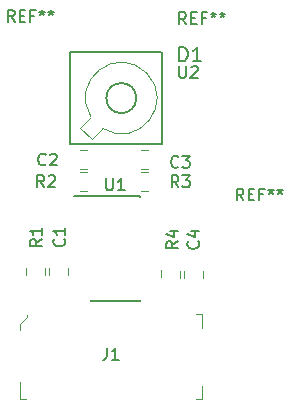
<source format=gbr>
G04 #@! TF.GenerationSoftware,KiCad,Pcbnew,5.0.0-fee4fd1~65~ubuntu16.04.1*
G04 #@! TF.CreationDate,2018-08-02T14:10:23+02:00*
G04 #@! TF.ProjectId,beetrax-pcb2,626565747261782D706362322E6B6963,rev?*
G04 #@! TF.SameCoordinates,Original*
G04 #@! TF.FileFunction,Legend,Top*
G04 #@! TF.FilePolarity,Positive*
%FSLAX46Y46*%
G04 Gerber Fmt 4.6, Leading zero omitted, Abs format (unit mm)*
G04 Created by KiCad (PCBNEW 5.0.0-fee4fd1~65~ubuntu16.04.1) date Thu Aug  2 14:10:23 2018*
%MOMM*%
%LPD*%
G01*
G04 APERTURE LIST*
%ADD10C,0.150000*%
%ADD11C,0.120000*%
%ADD12C,0.100000*%
G04 APERTURE END LIST*
D10*
G04 #@! TO.C,U1*
X142865000Y-127065000D02*
X141490000Y-127065000D01*
X142865000Y-135940000D02*
X147015000Y-135940000D01*
X142865000Y-127040000D02*
X147015000Y-127040000D01*
X142865000Y-135940000D02*
X142865000Y-135825000D01*
X147015000Y-135940000D02*
X147015000Y-135825000D01*
X147015000Y-127040000D02*
X147015000Y-127155000D01*
X142865000Y-127040000D02*
X142865000Y-127065000D01*
G04 #@! TO.C,D1*
X148873200Y-114904800D02*
X148873200Y-122651800D01*
X141093200Y-114864800D02*
X141093200Y-122611800D01*
X148853200Y-114904800D02*
X141106200Y-114904800D01*
X148853200Y-122624800D02*
X141106200Y-122624800D01*
G04 #@! TO.C,U2*
X146720000Y-118770000D02*
G75*
G03X146720000Y-118770000I-1270000J0D01*
G01*
D11*
X143867456Y-121342150D02*
G75*
G03X142877719Y-120352331I1582544J2572150D01*
G01*
X142955501Y-122254448D02*
X143867669Y-121342281D01*
X141965552Y-121264499D02*
X142955501Y-122254448D01*
X142877719Y-120352331D02*
X141965552Y-121264499D01*
G04 #@! TO.C,R1*
X139010000Y-133150000D02*
X139010000Y-133750000D01*
X137410000Y-133130000D02*
X137410000Y-133730000D01*
G04 #@! TO.C,R2*
X141940000Y-125000000D02*
X142540000Y-125000000D01*
X141920000Y-126600000D02*
X142520000Y-126600000D01*
G04 #@! TO.C,R3*
X147100000Y-125000000D02*
X147700000Y-125000000D01*
X147080000Y-126600000D02*
X147680000Y-126600000D01*
G04 #@! TO.C,R4*
X148810000Y-133950000D02*
X148810000Y-133350000D01*
X150410000Y-133970000D02*
X150410000Y-133370000D01*
D12*
G04 #@! TO.C,J1*
X137500000Y-137320000D02*
X137500000Y-137120000D01*
X136900000Y-137920000D02*
X137500000Y-137320000D01*
X136900000Y-138420000D02*
X136900000Y-137920000D01*
X152300000Y-137020000D02*
X152300000Y-138220000D01*
X151800000Y-137020000D02*
X152300000Y-137020000D01*
X152300000Y-144220000D02*
X152300000Y-143120000D01*
X151800000Y-144220000D02*
X152300000Y-144220000D01*
X136900000Y-144220000D02*
X136900000Y-142820000D01*
X137400000Y-144220000D02*
X136900000Y-144220000D01*
D11*
G04 #@! TO.C,C1*
X140930000Y-133150000D02*
X140930000Y-133750000D01*
X139330000Y-133130000D02*
X139330000Y-133730000D01*
G04 #@! TO.C,C2*
X141950000Y-123200000D02*
X142550000Y-123200000D01*
X141930000Y-124800000D02*
X142530000Y-124800000D01*
G04 #@! TO.C,C3*
X147100000Y-123200000D02*
X147700000Y-123200000D01*
X147080000Y-124800000D02*
X147680000Y-124800000D01*
G04 #@! TO.C,C4*
X150780000Y-133970000D02*
X150780000Y-133370000D01*
X152380000Y-133990000D02*
X152380000Y-133390000D01*
G04 #@! TO.C,U1*
D10*
X144178095Y-125567380D02*
X144178095Y-126376904D01*
X144225714Y-126472142D01*
X144273333Y-126519761D01*
X144368571Y-126567380D01*
X144559047Y-126567380D01*
X144654285Y-126519761D01*
X144701904Y-126472142D01*
X144749523Y-126376904D01*
X144749523Y-125567380D01*
X145749523Y-126567380D02*
X145178095Y-126567380D01*
X145463809Y-126567380D02*
X145463809Y-125567380D01*
X145368571Y-125710238D01*
X145273333Y-125805476D01*
X145178095Y-125853095D01*
G04 #@! TO.C,D1*
X150374285Y-115652857D02*
X150374285Y-114452857D01*
X150660000Y-114452857D01*
X150831428Y-114510000D01*
X150945714Y-114624285D01*
X151002857Y-114738571D01*
X151060000Y-114967142D01*
X151060000Y-115138571D01*
X151002857Y-115367142D01*
X150945714Y-115481428D01*
X150831428Y-115595714D01*
X150660000Y-115652857D01*
X150374285Y-115652857D01*
X152202857Y-115652857D02*
X151517142Y-115652857D01*
X151860000Y-115652857D02*
X151860000Y-114452857D01*
X151745714Y-114624285D01*
X151631428Y-114738571D01*
X151517142Y-114795714D01*
G04 #@! TO.C,U2*
X150358095Y-116072380D02*
X150358095Y-116881904D01*
X150405714Y-116977142D01*
X150453333Y-117024761D01*
X150548571Y-117072380D01*
X150739047Y-117072380D01*
X150834285Y-117024761D01*
X150881904Y-116977142D01*
X150929523Y-116881904D01*
X150929523Y-116072380D01*
X151358095Y-116167619D02*
X151405714Y-116120000D01*
X151500952Y-116072380D01*
X151739047Y-116072380D01*
X151834285Y-116120000D01*
X151881904Y-116167619D01*
X151929523Y-116262857D01*
X151929523Y-116358095D01*
X151881904Y-116500952D01*
X151310476Y-117072380D01*
X151929523Y-117072380D01*
G04 #@! TO.C,R1*
X138732380Y-130706666D02*
X138256190Y-131040000D01*
X138732380Y-131278095D02*
X137732380Y-131278095D01*
X137732380Y-130897142D01*
X137780000Y-130801904D01*
X137827619Y-130754285D01*
X137922857Y-130706666D01*
X138065714Y-130706666D01*
X138160952Y-130754285D01*
X138208571Y-130801904D01*
X138256190Y-130897142D01*
X138256190Y-131278095D01*
X138732380Y-129754285D02*
X138732380Y-130325714D01*
X138732380Y-130040000D02*
X137732380Y-130040000D01*
X137875238Y-130135238D01*
X137970476Y-130230476D01*
X138018095Y-130325714D01*
G04 #@! TO.C,R2*
X138923333Y-126302380D02*
X138590000Y-125826190D01*
X138351904Y-126302380D02*
X138351904Y-125302380D01*
X138732857Y-125302380D01*
X138828095Y-125350000D01*
X138875714Y-125397619D01*
X138923333Y-125492857D01*
X138923333Y-125635714D01*
X138875714Y-125730952D01*
X138828095Y-125778571D01*
X138732857Y-125826190D01*
X138351904Y-125826190D01*
X139304285Y-125397619D02*
X139351904Y-125350000D01*
X139447142Y-125302380D01*
X139685238Y-125302380D01*
X139780476Y-125350000D01*
X139828095Y-125397619D01*
X139875714Y-125492857D01*
X139875714Y-125588095D01*
X139828095Y-125730952D01*
X139256666Y-126302380D01*
X139875714Y-126302380D01*
G04 #@! TO.C,R3*
X150293333Y-126322380D02*
X149960000Y-125846190D01*
X149721904Y-126322380D02*
X149721904Y-125322380D01*
X150102857Y-125322380D01*
X150198095Y-125370000D01*
X150245714Y-125417619D01*
X150293333Y-125512857D01*
X150293333Y-125655714D01*
X150245714Y-125750952D01*
X150198095Y-125798571D01*
X150102857Y-125846190D01*
X149721904Y-125846190D01*
X150626666Y-125322380D02*
X151245714Y-125322380D01*
X150912380Y-125703333D01*
X151055238Y-125703333D01*
X151150476Y-125750952D01*
X151198095Y-125798571D01*
X151245714Y-125893809D01*
X151245714Y-126131904D01*
X151198095Y-126227142D01*
X151150476Y-126274761D01*
X151055238Y-126322380D01*
X150769523Y-126322380D01*
X150674285Y-126274761D01*
X150626666Y-126227142D01*
G04 #@! TO.C,R4*
X150252380Y-130906666D02*
X149776190Y-131240000D01*
X150252380Y-131478095D02*
X149252380Y-131478095D01*
X149252380Y-131097142D01*
X149300000Y-131001904D01*
X149347619Y-130954285D01*
X149442857Y-130906666D01*
X149585714Y-130906666D01*
X149680952Y-130954285D01*
X149728571Y-131001904D01*
X149776190Y-131097142D01*
X149776190Y-131478095D01*
X149585714Y-130049523D02*
X150252380Y-130049523D01*
X149204761Y-130287619D02*
X149919047Y-130525714D01*
X149919047Y-129906666D01*
G04 #@! TO.C,J1*
X144246666Y-139922380D02*
X144246666Y-140636666D01*
X144199047Y-140779523D01*
X144103809Y-140874761D01*
X143960952Y-140922380D01*
X143865714Y-140922380D01*
X145246666Y-140922380D02*
X144675238Y-140922380D01*
X144960952Y-140922380D02*
X144960952Y-139922380D01*
X144865714Y-140065238D01*
X144770476Y-140160476D01*
X144675238Y-140208095D01*
G04 #@! TO.C,C1*
X140617142Y-130706666D02*
X140664761Y-130754285D01*
X140712380Y-130897142D01*
X140712380Y-130992380D01*
X140664761Y-131135238D01*
X140569523Y-131230476D01*
X140474285Y-131278095D01*
X140283809Y-131325714D01*
X140140952Y-131325714D01*
X139950476Y-131278095D01*
X139855238Y-131230476D01*
X139760000Y-131135238D01*
X139712380Y-130992380D01*
X139712380Y-130897142D01*
X139760000Y-130754285D01*
X139807619Y-130706666D01*
X140712380Y-129754285D02*
X140712380Y-130325714D01*
X140712380Y-130040000D02*
X139712380Y-130040000D01*
X139855238Y-130135238D01*
X139950476Y-130230476D01*
X139998095Y-130325714D01*
G04 #@! TO.C,C2*
X139043333Y-124377142D02*
X138995714Y-124424761D01*
X138852857Y-124472380D01*
X138757619Y-124472380D01*
X138614761Y-124424761D01*
X138519523Y-124329523D01*
X138471904Y-124234285D01*
X138424285Y-124043809D01*
X138424285Y-123900952D01*
X138471904Y-123710476D01*
X138519523Y-123615238D01*
X138614761Y-123520000D01*
X138757619Y-123472380D01*
X138852857Y-123472380D01*
X138995714Y-123520000D01*
X139043333Y-123567619D01*
X139424285Y-123567619D02*
X139471904Y-123520000D01*
X139567142Y-123472380D01*
X139805238Y-123472380D01*
X139900476Y-123520000D01*
X139948095Y-123567619D01*
X139995714Y-123662857D01*
X139995714Y-123758095D01*
X139948095Y-123900952D01*
X139376666Y-124472380D01*
X139995714Y-124472380D01*
G04 #@! TO.C,C3*
X150283333Y-124567142D02*
X150235714Y-124614761D01*
X150092857Y-124662380D01*
X149997619Y-124662380D01*
X149854761Y-124614761D01*
X149759523Y-124519523D01*
X149711904Y-124424285D01*
X149664285Y-124233809D01*
X149664285Y-124090952D01*
X149711904Y-123900476D01*
X149759523Y-123805238D01*
X149854761Y-123710000D01*
X149997619Y-123662380D01*
X150092857Y-123662380D01*
X150235714Y-123710000D01*
X150283333Y-123757619D01*
X150616666Y-123662380D02*
X151235714Y-123662380D01*
X150902380Y-124043333D01*
X151045238Y-124043333D01*
X151140476Y-124090952D01*
X151188095Y-124138571D01*
X151235714Y-124233809D01*
X151235714Y-124471904D01*
X151188095Y-124567142D01*
X151140476Y-124614761D01*
X151045238Y-124662380D01*
X150759523Y-124662380D01*
X150664285Y-124614761D01*
X150616666Y-124567142D01*
G04 #@! TO.C,C4*
X151947142Y-130906666D02*
X151994761Y-130954285D01*
X152042380Y-131097142D01*
X152042380Y-131192380D01*
X151994761Y-131335238D01*
X151899523Y-131430476D01*
X151804285Y-131478095D01*
X151613809Y-131525714D01*
X151470952Y-131525714D01*
X151280476Y-131478095D01*
X151185238Y-131430476D01*
X151090000Y-131335238D01*
X151042380Y-131192380D01*
X151042380Y-131097142D01*
X151090000Y-130954285D01*
X151137619Y-130906666D01*
X151375714Y-130049523D02*
X152042380Y-130049523D01*
X150994761Y-130287619D02*
X151709047Y-130525714D01*
X151709047Y-129906666D01*
G04 #@! TO.C,REF\002A\002A*
X136416666Y-112332380D02*
X136083333Y-111856190D01*
X135845238Y-112332380D02*
X135845238Y-111332380D01*
X136226190Y-111332380D01*
X136321428Y-111380000D01*
X136369047Y-111427619D01*
X136416666Y-111522857D01*
X136416666Y-111665714D01*
X136369047Y-111760952D01*
X136321428Y-111808571D01*
X136226190Y-111856190D01*
X135845238Y-111856190D01*
X136845238Y-111808571D02*
X137178571Y-111808571D01*
X137321428Y-112332380D02*
X136845238Y-112332380D01*
X136845238Y-111332380D01*
X137321428Y-111332380D01*
X138083333Y-111808571D02*
X137750000Y-111808571D01*
X137750000Y-112332380D02*
X137750000Y-111332380D01*
X138226190Y-111332380D01*
X138750000Y-111332380D02*
X138750000Y-111570476D01*
X138511904Y-111475238D02*
X138750000Y-111570476D01*
X138988095Y-111475238D01*
X138607142Y-111760952D02*
X138750000Y-111570476D01*
X138892857Y-111760952D01*
X139511904Y-111332380D02*
X139511904Y-111570476D01*
X139273809Y-111475238D02*
X139511904Y-111570476D01*
X139750000Y-111475238D01*
X139369047Y-111760952D02*
X139511904Y-111570476D01*
X139654761Y-111760952D01*
X150926666Y-112512380D02*
X150593333Y-112036190D01*
X150355238Y-112512380D02*
X150355238Y-111512380D01*
X150736190Y-111512380D01*
X150831428Y-111560000D01*
X150879047Y-111607619D01*
X150926666Y-111702857D01*
X150926666Y-111845714D01*
X150879047Y-111940952D01*
X150831428Y-111988571D01*
X150736190Y-112036190D01*
X150355238Y-112036190D01*
X151355238Y-111988571D02*
X151688571Y-111988571D01*
X151831428Y-112512380D02*
X151355238Y-112512380D01*
X151355238Y-111512380D01*
X151831428Y-111512380D01*
X152593333Y-111988571D02*
X152260000Y-111988571D01*
X152260000Y-112512380D02*
X152260000Y-111512380D01*
X152736190Y-111512380D01*
X153260000Y-111512380D02*
X153260000Y-111750476D01*
X153021904Y-111655238D02*
X153260000Y-111750476D01*
X153498095Y-111655238D01*
X153117142Y-111940952D02*
X153260000Y-111750476D01*
X153402857Y-111940952D01*
X154021904Y-111512380D02*
X154021904Y-111750476D01*
X153783809Y-111655238D02*
X154021904Y-111750476D01*
X154260000Y-111655238D01*
X153879047Y-111940952D02*
X154021904Y-111750476D01*
X154164761Y-111940952D01*
X155796666Y-127442380D02*
X155463333Y-126966190D01*
X155225238Y-127442380D02*
X155225238Y-126442380D01*
X155606190Y-126442380D01*
X155701428Y-126490000D01*
X155749047Y-126537619D01*
X155796666Y-126632857D01*
X155796666Y-126775714D01*
X155749047Y-126870952D01*
X155701428Y-126918571D01*
X155606190Y-126966190D01*
X155225238Y-126966190D01*
X156225238Y-126918571D02*
X156558571Y-126918571D01*
X156701428Y-127442380D02*
X156225238Y-127442380D01*
X156225238Y-126442380D01*
X156701428Y-126442380D01*
X157463333Y-126918571D02*
X157130000Y-126918571D01*
X157130000Y-127442380D02*
X157130000Y-126442380D01*
X157606190Y-126442380D01*
X158130000Y-126442380D02*
X158130000Y-126680476D01*
X157891904Y-126585238D02*
X158130000Y-126680476D01*
X158368095Y-126585238D01*
X157987142Y-126870952D02*
X158130000Y-126680476D01*
X158272857Y-126870952D01*
X158891904Y-126442380D02*
X158891904Y-126680476D01*
X158653809Y-126585238D02*
X158891904Y-126680476D01*
X159130000Y-126585238D01*
X158749047Y-126870952D02*
X158891904Y-126680476D01*
X159034761Y-126870952D01*
G04 #@! TD*
M02*

</source>
